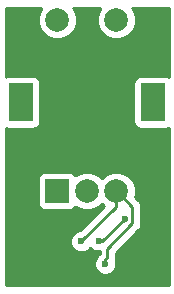
<source format=gbr>
G04 #@! TF.GenerationSoftware,KiCad,Pcbnew,5.0.2-5.fc29*
G04 #@! TF.CreationDate,2019-02-27T20:31:01+01:00*
G04 #@! TF.ProjectId,zynthian_controller_single2_smd_sh,7a796e74-6869-4616-9e5f-636f6e74726f,rev?*
G04 #@! TF.SameCoordinates,Original*
G04 #@! TF.FileFunction,Copper,L2,Bot*
G04 #@! TF.FilePolarity,Positive*
%FSLAX46Y46*%
G04 Gerber Fmt 4.6, Leading zero omitted, Abs format (unit mm)*
G04 Created by KiCad (PCBNEW 5.0.2-5.fc29) date mié 27 feb 2019 20:31:01 CET*
%MOMM*%
%LPD*%
G01*
G04 APERTURE LIST*
G04 #@! TA.AperFunction,ComponentPad*
%ADD10R,2.000000X2.000000*%
G04 #@! TD*
G04 #@! TA.AperFunction,ComponentPad*
%ADD11C,2.000000*%
G04 #@! TD*
G04 #@! TA.AperFunction,ComponentPad*
%ADD12R,2.000000X3.200000*%
G04 #@! TD*
G04 #@! TA.AperFunction,ViaPad*
%ADD13C,0.600000*%
G04 #@! TD*
G04 #@! TA.AperFunction,Conductor*
%ADD14C,0.250000*%
G04 #@! TD*
G04 #@! TA.AperFunction,Conductor*
%ADD15C,0.254000*%
G04 #@! TD*
G04 APERTURE END LIST*
D10*
G04 #@! TO.P,SW1,A*
G04 #@! TO.N,N/C*
X153924000Y-111175800D03*
D11*
G04 #@! TO.P,SW1,C*
X156424000Y-111175800D03*
G04 #@! TO.P,SW1,B*
X158924000Y-111175800D03*
D12*
G04 #@! TO.P,SW1,MP*
X150824000Y-103675800D03*
X162024000Y-103675800D03*
D11*
G04 #@! TO.P,SW1,S2*
X153924000Y-96675800D03*
G04 #@! TO.P,SW1,S1*
X158924000Y-96675800D03*
G04 #@! TD*
D13*
G04 #@! TO.N,CON-2*
X155956000Y-115443000D03*
X157988000Y-117348000D03*
G04 #@! TO.N,CON-3*
X159639000Y-113538000D03*
X157480000Y-115443000D03*
G04 #@! TO.N,CON-4*
X157480000Y-116459000D03*
X151892000Y-116967000D03*
G04 #@! TD*
D14*
G04 #@! TO.N,CON-2*
X158924000Y-111175800D02*
X158877000Y-111125000D01*
X158877000Y-111125000D02*
X158877000Y-112522000D01*
X158877000Y-112522000D02*
X155956000Y-115443000D01*
X157988000Y-117348000D02*
X157988000Y-116967000D01*
X157988000Y-116967000D02*
X158115000Y-116840000D01*
X158115000Y-116840000D02*
X158115000Y-116078000D01*
X158115000Y-116078000D02*
X160274000Y-113919000D01*
X160274000Y-113919000D02*
X160274000Y-112522000D01*
X160274000Y-112522000D02*
X158877000Y-111125000D01*
X158877000Y-111125000D02*
X158924000Y-111175800D01*
G04 #@! TO.N,CON-3*
X159639000Y-113538000D02*
X157734000Y-115443000D01*
X157734000Y-115443000D02*
X157480000Y-115443000D01*
G04 #@! TO.N,CON-4*
X157480000Y-116459000D02*
X156972000Y-116967000D01*
X156972000Y-116967000D02*
X151892000Y-116967000D01*
G04 #@! TD*
D15*
G04 #@! TO.N,CON-4*
G36*
X152537914Y-95749647D02*
X152289000Y-96350578D01*
X152289000Y-97001022D01*
X152537914Y-97601953D01*
X152997847Y-98061886D01*
X153598778Y-98310800D01*
X154249222Y-98310800D01*
X154850153Y-98061886D01*
X155310086Y-97601953D01*
X155559000Y-97001022D01*
X155559000Y-96350578D01*
X155310086Y-95749647D01*
X155266439Y-95706000D01*
X157581561Y-95706000D01*
X157537914Y-95749647D01*
X157289000Y-96350578D01*
X157289000Y-97001022D01*
X157537914Y-97601953D01*
X157997847Y-98061886D01*
X158598778Y-98310800D01*
X159249222Y-98310800D01*
X159850153Y-98061886D01*
X160310086Y-97601953D01*
X160559000Y-97001022D01*
X160559000Y-96350578D01*
X160310086Y-95749647D01*
X160266439Y-95706000D01*
X163374000Y-95706000D01*
X163374000Y-101545955D01*
X163271765Y-101477643D01*
X163024000Y-101428360D01*
X161024000Y-101428360D01*
X160776235Y-101477643D01*
X160566191Y-101617991D01*
X160425843Y-101828035D01*
X160376560Y-102075800D01*
X160376560Y-105275800D01*
X160425843Y-105523565D01*
X160566191Y-105733609D01*
X160776235Y-105873957D01*
X161024000Y-105923240D01*
X163024000Y-105923240D01*
X163271765Y-105873957D01*
X163374000Y-105805645D01*
X163374001Y-119178000D01*
X149554000Y-119178000D01*
X149554000Y-110175800D01*
X152276560Y-110175800D01*
X152276560Y-112175800D01*
X152325843Y-112423565D01*
X152466191Y-112633609D01*
X152676235Y-112773957D01*
X152924000Y-112823240D01*
X154924000Y-112823240D01*
X155171765Y-112773957D01*
X155381809Y-112633609D01*
X155457016Y-112521055D01*
X155497847Y-112561886D01*
X156098778Y-112810800D01*
X156749222Y-112810800D01*
X157350153Y-112561886D01*
X157674000Y-112238039D01*
X157880080Y-112444119D01*
X155816199Y-114508000D01*
X155770017Y-114508000D01*
X155426365Y-114650345D01*
X155163345Y-114913365D01*
X155021000Y-115257017D01*
X155021000Y-115628983D01*
X155163345Y-115972635D01*
X155426365Y-116235655D01*
X155770017Y-116378000D01*
X156141983Y-116378000D01*
X156485635Y-116235655D01*
X156718000Y-116003290D01*
X156950365Y-116235655D01*
X157294017Y-116378000D01*
X157355000Y-116378000D01*
X157355000Y-116546389D01*
X157272096Y-116670463D01*
X157254429Y-116759281D01*
X157195345Y-116818365D01*
X157053000Y-117162017D01*
X157053000Y-117533983D01*
X157195345Y-117877635D01*
X157458365Y-118140655D01*
X157802017Y-118283000D01*
X158173983Y-118283000D01*
X158517635Y-118140655D01*
X158780655Y-117877635D01*
X158923000Y-117533983D01*
X158923000Y-117162017D01*
X158857358Y-117003543D01*
X158875000Y-116914852D01*
X158875000Y-116914848D01*
X158889888Y-116840001D01*
X158875000Y-116765154D01*
X158875000Y-116392801D01*
X160758473Y-114509329D01*
X160821929Y-114466929D01*
X160989904Y-114215537D01*
X161034000Y-113993852D01*
X161034000Y-113993848D01*
X161048888Y-113919001D01*
X161034000Y-113844154D01*
X161034000Y-112596846D01*
X161048888Y-112521999D01*
X161034000Y-112447152D01*
X161034000Y-112447148D01*
X160989904Y-112225463D01*
X160907377Y-112101953D01*
X160864329Y-112037526D01*
X160864327Y-112037524D01*
X160821929Y-111974071D01*
X160758476Y-111931673D01*
X160491290Y-111664488D01*
X160559000Y-111501022D01*
X160559000Y-110850578D01*
X160310086Y-110249647D01*
X159850153Y-109789714D01*
X159249222Y-109540800D01*
X158598778Y-109540800D01*
X157997847Y-109789714D01*
X157674000Y-110113561D01*
X157350153Y-109789714D01*
X156749222Y-109540800D01*
X156098778Y-109540800D01*
X155497847Y-109789714D01*
X155457016Y-109830545D01*
X155381809Y-109717991D01*
X155171765Y-109577643D01*
X154924000Y-109528360D01*
X152924000Y-109528360D01*
X152676235Y-109577643D01*
X152466191Y-109717991D01*
X152325843Y-109928035D01*
X152276560Y-110175800D01*
X149554000Y-110175800D01*
X149554000Y-105859100D01*
X149576235Y-105873957D01*
X149824000Y-105923240D01*
X151824000Y-105923240D01*
X152071765Y-105873957D01*
X152281809Y-105733609D01*
X152422157Y-105523565D01*
X152471440Y-105275800D01*
X152471440Y-102075800D01*
X152422157Y-101828035D01*
X152281809Y-101617991D01*
X152071765Y-101477643D01*
X151824000Y-101428360D01*
X149824000Y-101428360D01*
X149576235Y-101477643D01*
X149554000Y-101492500D01*
X149554000Y-95706000D01*
X152581561Y-95706000D01*
X152537914Y-95749647D01*
X152537914Y-95749647D01*
G37*
X152537914Y-95749647D02*
X152289000Y-96350578D01*
X152289000Y-97001022D01*
X152537914Y-97601953D01*
X152997847Y-98061886D01*
X153598778Y-98310800D01*
X154249222Y-98310800D01*
X154850153Y-98061886D01*
X155310086Y-97601953D01*
X155559000Y-97001022D01*
X155559000Y-96350578D01*
X155310086Y-95749647D01*
X155266439Y-95706000D01*
X157581561Y-95706000D01*
X157537914Y-95749647D01*
X157289000Y-96350578D01*
X157289000Y-97001022D01*
X157537914Y-97601953D01*
X157997847Y-98061886D01*
X158598778Y-98310800D01*
X159249222Y-98310800D01*
X159850153Y-98061886D01*
X160310086Y-97601953D01*
X160559000Y-97001022D01*
X160559000Y-96350578D01*
X160310086Y-95749647D01*
X160266439Y-95706000D01*
X163374000Y-95706000D01*
X163374000Y-101545955D01*
X163271765Y-101477643D01*
X163024000Y-101428360D01*
X161024000Y-101428360D01*
X160776235Y-101477643D01*
X160566191Y-101617991D01*
X160425843Y-101828035D01*
X160376560Y-102075800D01*
X160376560Y-105275800D01*
X160425843Y-105523565D01*
X160566191Y-105733609D01*
X160776235Y-105873957D01*
X161024000Y-105923240D01*
X163024000Y-105923240D01*
X163271765Y-105873957D01*
X163374000Y-105805645D01*
X163374001Y-119178000D01*
X149554000Y-119178000D01*
X149554000Y-110175800D01*
X152276560Y-110175800D01*
X152276560Y-112175800D01*
X152325843Y-112423565D01*
X152466191Y-112633609D01*
X152676235Y-112773957D01*
X152924000Y-112823240D01*
X154924000Y-112823240D01*
X155171765Y-112773957D01*
X155381809Y-112633609D01*
X155457016Y-112521055D01*
X155497847Y-112561886D01*
X156098778Y-112810800D01*
X156749222Y-112810800D01*
X157350153Y-112561886D01*
X157674000Y-112238039D01*
X157880080Y-112444119D01*
X155816199Y-114508000D01*
X155770017Y-114508000D01*
X155426365Y-114650345D01*
X155163345Y-114913365D01*
X155021000Y-115257017D01*
X155021000Y-115628983D01*
X155163345Y-115972635D01*
X155426365Y-116235655D01*
X155770017Y-116378000D01*
X156141983Y-116378000D01*
X156485635Y-116235655D01*
X156718000Y-116003290D01*
X156950365Y-116235655D01*
X157294017Y-116378000D01*
X157355000Y-116378000D01*
X157355000Y-116546389D01*
X157272096Y-116670463D01*
X157254429Y-116759281D01*
X157195345Y-116818365D01*
X157053000Y-117162017D01*
X157053000Y-117533983D01*
X157195345Y-117877635D01*
X157458365Y-118140655D01*
X157802017Y-118283000D01*
X158173983Y-118283000D01*
X158517635Y-118140655D01*
X158780655Y-117877635D01*
X158923000Y-117533983D01*
X158923000Y-117162017D01*
X158857358Y-117003543D01*
X158875000Y-116914852D01*
X158875000Y-116914848D01*
X158889888Y-116840001D01*
X158875000Y-116765154D01*
X158875000Y-116392801D01*
X160758473Y-114509329D01*
X160821929Y-114466929D01*
X160989904Y-114215537D01*
X161034000Y-113993852D01*
X161034000Y-113993848D01*
X161048888Y-113919001D01*
X161034000Y-113844154D01*
X161034000Y-112596846D01*
X161048888Y-112521999D01*
X161034000Y-112447152D01*
X161034000Y-112447148D01*
X160989904Y-112225463D01*
X160907377Y-112101953D01*
X160864329Y-112037526D01*
X160864327Y-112037524D01*
X160821929Y-111974071D01*
X160758476Y-111931673D01*
X160491290Y-111664488D01*
X160559000Y-111501022D01*
X160559000Y-110850578D01*
X160310086Y-110249647D01*
X159850153Y-109789714D01*
X159249222Y-109540800D01*
X158598778Y-109540800D01*
X157997847Y-109789714D01*
X157674000Y-110113561D01*
X157350153Y-109789714D01*
X156749222Y-109540800D01*
X156098778Y-109540800D01*
X155497847Y-109789714D01*
X155457016Y-109830545D01*
X155381809Y-109717991D01*
X155171765Y-109577643D01*
X154924000Y-109528360D01*
X152924000Y-109528360D01*
X152676235Y-109577643D01*
X152466191Y-109717991D01*
X152325843Y-109928035D01*
X152276560Y-110175800D01*
X149554000Y-110175800D01*
X149554000Y-105859100D01*
X149576235Y-105873957D01*
X149824000Y-105923240D01*
X151824000Y-105923240D01*
X152071765Y-105873957D01*
X152281809Y-105733609D01*
X152422157Y-105523565D01*
X152471440Y-105275800D01*
X152471440Y-102075800D01*
X152422157Y-101828035D01*
X152281809Y-101617991D01*
X152071765Y-101477643D01*
X151824000Y-101428360D01*
X149824000Y-101428360D01*
X149576235Y-101477643D01*
X149554000Y-101492500D01*
X149554000Y-95706000D01*
X152581561Y-95706000D01*
X152537914Y-95749647D01*
G04 #@! TD*
M02*

</source>
